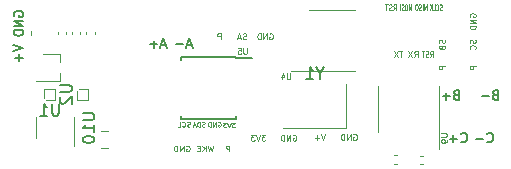
<source format=gbo>
G04 #@! TF.GenerationSoftware,KiCad,Pcbnew,(5.1.9)-1*
G04 #@! TF.CreationDate,2021-06-24T13:46:28+10:00*
G04 #@! TF.ProjectId,microBoSL,6d696372-6f42-46f5-934c-2e6b69636164,0.2.0*
G04 #@! TF.SameCoordinates,Original*
G04 #@! TF.FileFunction,Legend,Bot*
G04 #@! TF.FilePolarity,Positive*
%FSLAX46Y46*%
G04 Gerber Fmt 4.6, Leading zero omitted, Abs format (unit mm)*
G04 Created by KiCad (PCBNEW (5.1.9)-1) date 2021-06-24 13:46:28*
%MOMM*%
%LPD*%
G01*
G04 APERTURE LIST*
%ADD10C,0.125000*%
%ADD11C,0.150000*%
%ADD12C,0.100000*%
%ADD13C,0.075000*%
%ADD14C,0.120000*%
G04 APERTURE END LIST*
D10*
X139826190Y-107369047D02*
X139326190Y-107369047D01*
X139326190Y-107559523D01*
X139350000Y-107607142D01*
X139373809Y-107630952D01*
X139421428Y-107654761D01*
X139492857Y-107654761D01*
X139540476Y-107630952D01*
X139564285Y-107607142D01*
X139588095Y-107559523D01*
X139588095Y-107369047D01*
X139802380Y-105157142D02*
X139826190Y-105228571D01*
X139826190Y-105347619D01*
X139802380Y-105395238D01*
X139778571Y-105419047D01*
X139730952Y-105442857D01*
X139683333Y-105442857D01*
X139635714Y-105419047D01*
X139611904Y-105395238D01*
X139588095Y-105347619D01*
X139564285Y-105252380D01*
X139540476Y-105204761D01*
X139516666Y-105180952D01*
X139469047Y-105157142D01*
X139421428Y-105157142D01*
X139373809Y-105180952D01*
X139350000Y-105204761D01*
X139326190Y-105252380D01*
X139326190Y-105371428D01*
X139350000Y-105442857D01*
X139564285Y-105823809D02*
X139588095Y-105895238D01*
X139611904Y-105919047D01*
X139659523Y-105942857D01*
X139730952Y-105942857D01*
X139778571Y-105919047D01*
X139802380Y-105895238D01*
X139826190Y-105847619D01*
X139826190Y-105657142D01*
X139326190Y-105657142D01*
X139326190Y-105823809D01*
X139350000Y-105871428D01*
X139373809Y-105895238D01*
X139421428Y-105919047D01*
X139469047Y-105919047D01*
X139516666Y-105895238D01*
X139540476Y-105871428D01*
X139564285Y-105823809D01*
X139564285Y-105657142D01*
X142402380Y-105157142D02*
X142426190Y-105228571D01*
X142426190Y-105347619D01*
X142402380Y-105395238D01*
X142378571Y-105419047D01*
X142330952Y-105442857D01*
X142283333Y-105442857D01*
X142235714Y-105419047D01*
X142211904Y-105395238D01*
X142188095Y-105347619D01*
X142164285Y-105252380D01*
X142140476Y-105204761D01*
X142116666Y-105180952D01*
X142069047Y-105157142D01*
X142021428Y-105157142D01*
X141973809Y-105180952D01*
X141950000Y-105204761D01*
X141926190Y-105252380D01*
X141926190Y-105371428D01*
X141950000Y-105442857D01*
X142378571Y-105942857D02*
X142402380Y-105919047D01*
X142426190Y-105847619D01*
X142426190Y-105800000D01*
X142402380Y-105728571D01*
X142354761Y-105680952D01*
X142307142Y-105657142D01*
X142211904Y-105633333D01*
X142140476Y-105633333D01*
X142045238Y-105657142D01*
X141997619Y-105680952D01*
X141950000Y-105728571D01*
X141926190Y-105800000D01*
X141926190Y-105847619D01*
X141950000Y-105919047D01*
X141973809Y-105942857D01*
X142426190Y-107369047D02*
X141926190Y-107369047D01*
X141926190Y-107559523D01*
X141950000Y-107607142D01*
X141973809Y-107630952D01*
X142021428Y-107654761D01*
X142092857Y-107654761D01*
X142140476Y-107630952D01*
X142164285Y-107607142D01*
X142188095Y-107559523D01*
X142188095Y-107369047D01*
X141950000Y-103219047D02*
X141926190Y-103171428D01*
X141926190Y-103100000D01*
X141950000Y-103028571D01*
X141997619Y-102980952D01*
X142045238Y-102957142D01*
X142140476Y-102933333D01*
X142211904Y-102933333D01*
X142307142Y-102957142D01*
X142354761Y-102980952D01*
X142402380Y-103028571D01*
X142426190Y-103100000D01*
X142426190Y-103147619D01*
X142402380Y-103219047D01*
X142378571Y-103242857D01*
X142211904Y-103242857D01*
X142211904Y-103147619D01*
X142426190Y-103457142D02*
X141926190Y-103457142D01*
X142426190Y-103742857D01*
X141926190Y-103742857D01*
X142426190Y-103980952D02*
X141926190Y-103980952D01*
X141926190Y-104100000D01*
X141950000Y-104171428D01*
X141997619Y-104219047D01*
X142045238Y-104242857D01*
X142140476Y-104266666D01*
X142211904Y-104266666D01*
X142307142Y-104242857D01*
X142354761Y-104219047D01*
X142402380Y-104171428D01*
X142426190Y-104100000D01*
X142426190Y-103980952D01*
X124980952Y-104650000D02*
X125028571Y-104626190D01*
X125100000Y-104626190D01*
X125171428Y-104650000D01*
X125219047Y-104697619D01*
X125242857Y-104745238D01*
X125266666Y-104840476D01*
X125266666Y-104911904D01*
X125242857Y-105007142D01*
X125219047Y-105054761D01*
X125171428Y-105102380D01*
X125100000Y-105126190D01*
X125052380Y-105126190D01*
X124980952Y-105102380D01*
X124957142Y-105078571D01*
X124957142Y-104911904D01*
X125052380Y-104911904D01*
X124742857Y-105126190D02*
X124742857Y-104626190D01*
X124457142Y-105126190D01*
X124457142Y-104626190D01*
X124219047Y-105126190D02*
X124219047Y-104626190D01*
X124100000Y-104626190D01*
X124028571Y-104650000D01*
X123980952Y-104697619D01*
X123957142Y-104745238D01*
X123933333Y-104840476D01*
X123933333Y-104911904D01*
X123957142Y-105007142D01*
X123980952Y-105054761D01*
X124028571Y-105102380D01*
X124100000Y-105126190D01*
X124219047Y-105126190D01*
X123007142Y-105102380D02*
X122935714Y-105126190D01*
X122816666Y-105126190D01*
X122769047Y-105102380D01*
X122745238Y-105078571D01*
X122721428Y-105030952D01*
X122721428Y-104983333D01*
X122745238Y-104935714D01*
X122769047Y-104911904D01*
X122816666Y-104888095D01*
X122911904Y-104864285D01*
X122959523Y-104840476D01*
X122983333Y-104816666D01*
X123007142Y-104769047D01*
X123007142Y-104721428D01*
X122983333Y-104673809D01*
X122959523Y-104650000D01*
X122911904Y-104626190D01*
X122792857Y-104626190D01*
X122721428Y-104650000D01*
X122530952Y-104983333D02*
X122292857Y-104983333D01*
X122578571Y-105126190D02*
X122411904Y-104626190D01*
X122245238Y-105126190D01*
X120830952Y-105126190D02*
X120830952Y-104626190D01*
X120640476Y-104626190D01*
X120592857Y-104650000D01*
X120569047Y-104673809D01*
X120545238Y-104721428D01*
X120545238Y-104792857D01*
X120569047Y-104840476D01*
X120592857Y-104864285D01*
X120640476Y-104888095D01*
X120830952Y-104888095D01*
D11*
X118385714Y-105633333D02*
X118004761Y-105633333D01*
X118461904Y-105861904D02*
X118195238Y-105061904D01*
X117928571Y-105861904D01*
X117661904Y-105557142D02*
X117052380Y-105557142D01*
X116185714Y-105633333D02*
X115804761Y-105633333D01*
X116261904Y-105861904D02*
X115995238Y-105061904D01*
X115728571Y-105861904D01*
X115461904Y-105557142D02*
X114852380Y-105557142D01*
X115157142Y-105861904D02*
X115157142Y-105252380D01*
X140788095Y-109842857D02*
X140673809Y-109880952D01*
X140635714Y-109919047D01*
X140597619Y-109995238D01*
X140597619Y-110109523D01*
X140635714Y-110185714D01*
X140673809Y-110223809D01*
X140750000Y-110261904D01*
X141054761Y-110261904D01*
X141054761Y-109461904D01*
X140788095Y-109461904D01*
X140711904Y-109500000D01*
X140673809Y-109538095D01*
X140635714Y-109614285D01*
X140635714Y-109690476D01*
X140673809Y-109766666D01*
X140711904Y-109804761D01*
X140788095Y-109842857D01*
X141054761Y-109842857D01*
X140254761Y-109957142D02*
X139645238Y-109957142D01*
X139950000Y-110261904D02*
X139950000Y-109652380D01*
X144088095Y-109842857D02*
X143973809Y-109880952D01*
X143935714Y-109919047D01*
X143897619Y-109995238D01*
X143897619Y-110109523D01*
X143935714Y-110185714D01*
X143973809Y-110223809D01*
X144050000Y-110261904D01*
X144354761Y-110261904D01*
X144354761Y-109461904D01*
X144088095Y-109461904D01*
X144011904Y-109500000D01*
X143973809Y-109538095D01*
X143935714Y-109614285D01*
X143935714Y-109690476D01*
X143973809Y-109766666D01*
X144011904Y-109804761D01*
X144088095Y-109842857D01*
X144354761Y-109842857D01*
X143554761Y-109957142D02*
X142945238Y-109957142D01*
D12*
X119485714Y-112511904D02*
X119428571Y-112530952D01*
X119333333Y-112530952D01*
X119295238Y-112511904D01*
X119276190Y-112492857D01*
X119257142Y-112454761D01*
X119257142Y-112416666D01*
X119276190Y-112378571D01*
X119295238Y-112359523D01*
X119333333Y-112340476D01*
X119409523Y-112321428D01*
X119447619Y-112302380D01*
X119466666Y-112283333D01*
X119485714Y-112245238D01*
X119485714Y-112207142D01*
X119466666Y-112169047D01*
X119447619Y-112150000D01*
X119409523Y-112130952D01*
X119314285Y-112130952D01*
X119257142Y-112150000D01*
X119085714Y-112530952D02*
X119085714Y-112130952D01*
X118990476Y-112130952D01*
X118933333Y-112150000D01*
X118895238Y-112188095D01*
X118876190Y-112226190D01*
X118857142Y-112302380D01*
X118857142Y-112359523D01*
X118876190Y-112435714D01*
X118895238Y-112473809D01*
X118933333Y-112511904D01*
X118990476Y-112530952D01*
X119085714Y-112530952D01*
X118704761Y-112416666D02*
X118514285Y-112416666D01*
X118742857Y-112530952D02*
X118609523Y-112130952D01*
X118476190Y-112530952D01*
X120604761Y-112150000D02*
X120642857Y-112130952D01*
X120700000Y-112130952D01*
X120757142Y-112150000D01*
X120795238Y-112188095D01*
X120814285Y-112226190D01*
X120833333Y-112302380D01*
X120833333Y-112359523D01*
X120814285Y-112435714D01*
X120795238Y-112473809D01*
X120757142Y-112511904D01*
X120700000Y-112530952D01*
X120661904Y-112530952D01*
X120604761Y-112511904D01*
X120585714Y-112492857D01*
X120585714Y-112359523D01*
X120661904Y-112359523D01*
X120414285Y-112530952D02*
X120414285Y-112130952D01*
X120185714Y-112530952D01*
X120185714Y-112130952D01*
X119995238Y-112530952D02*
X119995238Y-112130952D01*
X119900000Y-112130952D01*
X119842857Y-112150000D01*
X119804761Y-112188095D01*
X119785714Y-112226190D01*
X119766666Y-112302380D01*
X119766666Y-112359523D01*
X119785714Y-112435714D01*
X119804761Y-112473809D01*
X119842857Y-112511904D01*
X119900000Y-112530952D01*
X119995238Y-112530952D01*
X118226190Y-112511904D02*
X118169047Y-112530952D01*
X118073809Y-112530952D01*
X118035714Y-112511904D01*
X118016666Y-112492857D01*
X117997619Y-112454761D01*
X117997619Y-112416666D01*
X118016666Y-112378571D01*
X118035714Y-112359523D01*
X118073809Y-112340476D01*
X118150000Y-112321428D01*
X118188095Y-112302380D01*
X118207142Y-112283333D01*
X118226190Y-112245238D01*
X118226190Y-112207142D01*
X118207142Y-112169047D01*
X118188095Y-112150000D01*
X118150000Y-112130952D01*
X118054761Y-112130952D01*
X117997619Y-112150000D01*
X117597619Y-112492857D02*
X117616666Y-112511904D01*
X117673809Y-112530952D01*
X117711904Y-112530952D01*
X117769047Y-112511904D01*
X117807142Y-112473809D01*
X117826190Y-112435714D01*
X117845238Y-112359523D01*
X117845238Y-112302380D01*
X117826190Y-112226190D01*
X117807142Y-112188095D01*
X117769047Y-112150000D01*
X117711904Y-112130952D01*
X117673809Y-112130952D01*
X117616666Y-112150000D01*
X117597619Y-112169047D01*
X117235714Y-112530952D02*
X117426190Y-112530952D01*
X117426190Y-112130952D01*
X122045238Y-112180952D02*
X121797619Y-112180952D01*
X121930952Y-112333333D01*
X121873809Y-112333333D01*
X121835714Y-112352380D01*
X121816666Y-112371428D01*
X121797619Y-112409523D01*
X121797619Y-112504761D01*
X121816666Y-112542857D01*
X121835714Y-112561904D01*
X121873809Y-112580952D01*
X121988095Y-112580952D01*
X122026190Y-112561904D01*
X122045238Y-112542857D01*
X121683333Y-112180952D02*
X121550000Y-112580952D01*
X121416666Y-112180952D01*
X121321428Y-112180952D02*
X121073809Y-112180952D01*
X121207142Y-112333333D01*
X121150000Y-112333333D01*
X121111904Y-112352380D01*
X121092857Y-112371428D01*
X121073809Y-112409523D01*
X121073809Y-112504761D01*
X121092857Y-112542857D01*
X121111904Y-112561904D01*
X121150000Y-112580952D01*
X121264285Y-112580952D01*
X121302380Y-112561904D01*
X121321428Y-112542857D01*
D13*
X136971428Y-102676190D02*
X136971428Y-102176190D01*
X136871428Y-102533333D01*
X136771428Y-102176190D01*
X136771428Y-102676190D01*
X136571428Y-102176190D02*
X136514285Y-102176190D01*
X136485714Y-102200000D01*
X136457142Y-102247619D01*
X136442857Y-102342857D01*
X136442857Y-102509523D01*
X136457142Y-102604761D01*
X136485714Y-102652380D01*
X136514285Y-102676190D01*
X136571428Y-102676190D01*
X136600000Y-102652380D01*
X136628571Y-102604761D01*
X136642857Y-102509523D01*
X136642857Y-102342857D01*
X136628571Y-102247619D01*
X136600000Y-102200000D01*
X136571428Y-102176190D01*
X136328571Y-102652380D02*
X136285714Y-102676190D01*
X136214285Y-102676190D01*
X136185714Y-102652380D01*
X136171428Y-102628571D01*
X136157142Y-102580952D01*
X136157142Y-102533333D01*
X136171428Y-102485714D01*
X136185714Y-102461904D01*
X136214285Y-102438095D01*
X136271428Y-102414285D01*
X136300000Y-102390476D01*
X136314285Y-102366666D01*
X136328571Y-102319047D01*
X136328571Y-102271428D01*
X136314285Y-102223809D01*
X136300000Y-102200000D01*
X136271428Y-102176190D01*
X136200000Y-102176190D01*
X136157142Y-102200000D01*
X136028571Y-102676190D02*
X136028571Y-102176190D01*
X139557142Y-102652380D02*
X139514285Y-102676190D01*
X139442857Y-102676190D01*
X139414285Y-102652380D01*
X139400000Y-102628571D01*
X139385714Y-102580952D01*
X139385714Y-102533333D01*
X139400000Y-102485714D01*
X139414285Y-102461904D01*
X139442857Y-102438095D01*
X139500000Y-102414285D01*
X139528571Y-102390476D01*
X139542857Y-102366666D01*
X139557142Y-102319047D01*
X139557142Y-102271428D01*
X139542857Y-102223809D01*
X139528571Y-102200000D01*
X139500000Y-102176190D01*
X139428571Y-102176190D01*
X139385714Y-102200000D01*
X139085714Y-102628571D02*
X139100000Y-102652380D01*
X139142857Y-102676190D01*
X139171428Y-102676190D01*
X139214285Y-102652380D01*
X139242857Y-102604761D01*
X139257142Y-102557142D01*
X139271428Y-102461904D01*
X139271428Y-102390476D01*
X139257142Y-102295238D01*
X139242857Y-102247619D01*
X139214285Y-102200000D01*
X139171428Y-102176190D01*
X139142857Y-102176190D01*
X139100000Y-102200000D01*
X139085714Y-102223809D01*
X138814285Y-102676190D02*
X138957142Y-102676190D01*
X138957142Y-102176190D01*
X138714285Y-102676190D02*
X138714285Y-102176190D01*
X138542857Y-102676190D02*
X138671428Y-102390476D01*
X138542857Y-102176190D02*
X138714285Y-102461904D01*
X138271428Y-102676190D02*
X138271428Y-102176190D01*
X138171428Y-102533333D01*
X138071428Y-102176190D01*
X138071428Y-102676190D01*
X137928571Y-102676190D02*
X137928571Y-102176190D01*
X137800000Y-102652380D02*
X137757142Y-102676190D01*
X137685714Y-102676190D01*
X137657142Y-102652380D01*
X137642857Y-102628571D01*
X137628571Y-102580952D01*
X137628571Y-102533333D01*
X137642857Y-102485714D01*
X137657142Y-102461904D01*
X137685714Y-102438095D01*
X137742857Y-102414285D01*
X137771428Y-102390476D01*
X137785714Y-102366666D01*
X137800000Y-102319047D01*
X137800000Y-102271428D01*
X137785714Y-102223809D01*
X137771428Y-102200000D01*
X137742857Y-102176190D01*
X137671428Y-102176190D01*
X137628571Y-102200000D01*
X137442857Y-102176190D02*
X137385714Y-102176190D01*
X137357142Y-102200000D01*
X137328571Y-102247619D01*
X137314285Y-102342857D01*
X137314285Y-102509523D01*
X137328571Y-102604761D01*
X137357142Y-102652380D01*
X137385714Y-102676190D01*
X137442857Y-102676190D01*
X137471428Y-102652380D01*
X137500000Y-102604761D01*
X137514285Y-102509523D01*
X137514285Y-102342857D01*
X137500000Y-102247619D01*
X137471428Y-102200000D01*
X137442857Y-102176190D01*
D10*
X137233333Y-106626190D02*
X137400000Y-106388095D01*
X137519047Y-106626190D02*
X137519047Y-106126190D01*
X137328571Y-106126190D01*
X137280952Y-106150000D01*
X137257142Y-106173809D01*
X137233333Y-106221428D01*
X137233333Y-106292857D01*
X137257142Y-106340476D01*
X137280952Y-106364285D01*
X137328571Y-106388095D01*
X137519047Y-106388095D01*
X137066666Y-106126190D02*
X136733333Y-106626190D01*
X136733333Y-106126190D02*
X137066666Y-106626190D01*
D12*
X138569047Y-106626190D02*
X138702380Y-106388095D01*
X138797619Y-106626190D02*
X138797619Y-106126190D01*
X138645238Y-106126190D01*
X138607142Y-106150000D01*
X138588095Y-106173809D01*
X138569047Y-106221428D01*
X138569047Y-106292857D01*
X138588095Y-106340476D01*
X138607142Y-106364285D01*
X138645238Y-106388095D01*
X138797619Y-106388095D01*
X138416666Y-106602380D02*
X138359523Y-106626190D01*
X138264285Y-106626190D01*
X138226190Y-106602380D01*
X138207142Y-106578571D01*
X138188095Y-106530952D01*
X138188095Y-106483333D01*
X138207142Y-106435714D01*
X138226190Y-106411904D01*
X138264285Y-106388095D01*
X138340476Y-106364285D01*
X138378571Y-106340476D01*
X138397619Y-106316666D01*
X138416666Y-106269047D01*
X138416666Y-106221428D01*
X138397619Y-106173809D01*
X138378571Y-106150000D01*
X138340476Y-106126190D01*
X138245238Y-106126190D01*
X138188095Y-106150000D01*
X138073809Y-106126190D02*
X137845238Y-106126190D01*
X137959523Y-106626190D02*
X137959523Y-106126190D01*
X135469047Y-102676190D02*
X135602380Y-102438095D01*
X135697619Y-102676190D02*
X135697619Y-102176190D01*
X135545238Y-102176190D01*
X135507142Y-102200000D01*
X135488095Y-102223809D01*
X135469047Y-102271428D01*
X135469047Y-102342857D01*
X135488095Y-102390476D01*
X135507142Y-102414285D01*
X135545238Y-102438095D01*
X135697619Y-102438095D01*
X135316666Y-102652380D02*
X135259523Y-102676190D01*
X135164285Y-102676190D01*
X135126190Y-102652380D01*
X135107142Y-102628571D01*
X135088095Y-102580952D01*
X135088095Y-102533333D01*
X135107142Y-102485714D01*
X135126190Y-102461904D01*
X135164285Y-102438095D01*
X135240476Y-102414285D01*
X135278571Y-102390476D01*
X135297619Y-102366666D01*
X135316666Y-102319047D01*
X135316666Y-102271428D01*
X135297619Y-102223809D01*
X135278571Y-102200000D01*
X135240476Y-102176190D01*
X135145238Y-102176190D01*
X135088095Y-102200000D01*
X134973809Y-102176190D02*
X134745238Y-102176190D01*
X134859523Y-102676190D02*
X134859523Y-102176190D01*
D10*
X136230952Y-106126190D02*
X135945238Y-106126190D01*
X136088095Y-106626190D02*
X136088095Y-106126190D01*
X135826190Y-106126190D02*
X135492857Y-106626190D01*
X135492857Y-106126190D02*
X135826190Y-106626190D01*
D11*
X103261904Y-105588095D02*
X104061904Y-105854761D01*
X103261904Y-106121428D01*
X103757142Y-106388095D02*
X103757142Y-106997619D01*
X104061904Y-106692857D02*
X103452380Y-106692857D01*
X103350000Y-103165476D02*
X103311904Y-103089285D01*
X103311904Y-102975000D01*
X103350000Y-102860714D01*
X103426190Y-102784523D01*
X103502380Y-102746428D01*
X103654761Y-102708333D01*
X103769047Y-102708333D01*
X103921428Y-102746428D01*
X103997619Y-102784523D01*
X104073809Y-102860714D01*
X104111904Y-102975000D01*
X104111904Y-103051190D01*
X104073809Y-103165476D01*
X104035714Y-103203571D01*
X103769047Y-103203571D01*
X103769047Y-103051190D01*
X104111904Y-103546428D02*
X103311904Y-103546428D01*
X104111904Y-104003571D01*
X103311904Y-104003571D01*
X104111904Y-104384523D02*
X103311904Y-104384523D01*
X103311904Y-104575000D01*
X103350000Y-104689285D01*
X103426190Y-104765476D01*
X103502380Y-104803571D01*
X103654761Y-104841666D01*
X103769047Y-104841666D01*
X103921428Y-104803571D01*
X103997619Y-104765476D01*
X104073809Y-104689285D01*
X104111904Y-104575000D01*
X104111904Y-104384523D01*
X141197619Y-113785714D02*
X141235714Y-113823809D01*
X141350000Y-113861904D01*
X141426190Y-113861904D01*
X141540476Y-113823809D01*
X141616666Y-113747619D01*
X141654761Y-113671428D01*
X141692857Y-113519047D01*
X141692857Y-113404761D01*
X141654761Y-113252380D01*
X141616666Y-113176190D01*
X141540476Y-113100000D01*
X141426190Y-113061904D01*
X141350000Y-113061904D01*
X141235714Y-113100000D01*
X141197619Y-113138095D01*
X140854761Y-113557142D02*
X140245238Y-113557142D01*
X140550000Y-113861904D02*
X140550000Y-113252380D01*
X143397619Y-113785714D02*
X143435714Y-113823809D01*
X143550000Y-113861904D01*
X143626190Y-113861904D01*
X143740476Y-113823809D01*
X143816666Y-113747619D01*
X143854761Y-113671428D01*
X143892857Y-113519047D01*
X143892857Y-113404761D01*
X143854761Y-113252380D01*
X143816666Y-113176190D01*
X143740476Y-113100000D01*
X143626190Y-113061904D01*
X143550000Y-113061904D01*
X143435714Y-113100000D01*
X143397619Y-113138095D01*
X143054761Y-113557142D02*
X142445238Y-113557142D01*
D10*
X120190476Y-114126190D02*
X120071428Y-114626190D01*
X119976190Y-114269047D01*
X119880952Y-114626190D01*
X119761904Y-114126190D01*
X119571428Y-114626190D02*
X119571428Y-114126190D01*
X119285714Y-114626190D02*
X119500000Y-114340476D01*
X119285714Y-114126190D02*
X119571428Y-114411904D01*
X119071428Y-114364285D02*
X118904761Y-114364285D01*
X118833333Y-114626190D02*
X119071428Y-114626190D01*
X119071428Y-114126190D01*
X118833333Y-114126190D01*
X117930952Y-114150000D02*
X117978571Y-114126190D01*
X118050000Y-114126190D01*
X118121428Y-114150000D01*
X118169047Y-114197619D01*
X118192857Y-114245238D01*
X118216666Y-114340476D01*
X118216666Y-114411904D01*
X118192857Y-114507142D01*
X118169047Y-114554761D01*
X118121428Y-114602380D01*
X118050000Y-114626190D01*
X118002380Y-114626190D01*
X117930952Y-114602380D01*
X117907142Y-114578571D01*
X117907142Y-114411904D01*
X118002380Y-114411904D01*
X117692857Y-114626190D02*
X117692857Y-114126190D01*
X117407142Y-114626190D01*
X117407142Y-114126190D01*
X117169047Y-114626190D02*
X117169047Y-114126190D01*
X117050000Y-114126190D01*
X116978571Y-114150000D01*
X116930952Y-114197619D01*
X116907142Y-114245238D01*
X116883333Y-114340476D01*
X116883333Y-114411904D01*
X116907142Y-114507142D01*
X116930952Y-114554761D01*
X116978571Y-114602380D01*
X117050000Y-114626190D01*
X117169047Y-114626190D01*
X121580952Y-114626190D02*
X121580952Y-114126190D01*
X121390476Y-114126190D01*
X121342857Y-114150000D01*
X121319047Y-114173809D01*
X121295238Y-114221428D01*
X121295238Y-114292857D01*
X121319047Y-114340476D01*
X121342857Y-114364285D01*
X121390476Y-114388095D01*
X121580952Y-114388095D01*
X124609047Y-113206190D02*
X124299523Y-113206190D01*
X124466190Y-113396666D01*
X124394761Y-113396666D01*
X124347142Y-113420476D01*
X124323333Y-113444285D01*
X124299523Y-113491904D01*
X124299523Y-113610952D01*
X124323333Y-113658571D01*
X124347142Y-113682380D01*
X124394761Y-113706190D01*
X124537619Y-113706190D01*
X124585238Y-113682380D01*
X124609047Y-113658571D01*
X124156666Y-113206190D02*
X123990000Y-113706190D01*
X123823333Y-113206190D01*
X123704285Y-113206190D02*
X123394761Y-113206190D01*
X123561428Y-113396666D01*
X123490000Y-113396666D01*
X123442380Y-113420476D01*
X123418571Y-113444285D01*
X123394761Y-113491904D01*
X123394761Y-113610952D01*
X123418571Y-113658571D01*
X123442380Y-113682380D01*
X123490000Y-113706190D01*
X123632857Y-113706190D01*
X123680476Y-113682380D01*
X123704285Y-113658571D01*
X129676190Y-113156190D02*
X129509523Y-113656190D01*
X129342857Y-113156190D01*
X129176190Y-113465714D02*
X128795238Y-113465714D01*
X128985714Y-113656190D02*
X128985714Y-113275238D01*
X132080952Y-113180000D02*
X132128571Y-113156190D01*
X132200000Y-113156190D01*
X132271428Y-113180000D01*
X132319047Y-113227619D01*
X132342857Y-113275238D01*
X132366666Y-113370476D01*
X132366666Y-113441904D01*
X132342857Y-113537142D01*
X132319047Y-113584761D01*
X132271428Y-113632380D01*
X132200000Y-113656190D01*
X132152380Y-113656190D01*
X132080952Y-113632380D01*
X132057142Y-113608571D01*
X132057142Y-113441904D01*
X132152380Y-113441904D01*
X131842857Y-113656190D02*
X131842857Y-113156190D01*
X131557142Y-113656190D01*
X131557142Y-113156190D01*
X131319047Y-113656190D02*
X131319047Y-113156190D01*
X131200000Y-113156190D01*
X131128571Y-113180000D01*
X131080952Y-113227619D01*
X131057142Y-113275238D01*
X131033333Y-113370476D01*
X131033333Y-113441904D01*
X131057142Y-113537142D01*
X131080952Y-113584761D01*
X131128571Y-113632380D01*
X131200000Y-113656190D01*
X131319047Y-113656190D01*
X126970952Y-113230000D02*
X127018571Y-113206190D01*
X127090000Y-113206190D01*
X127161428Y-113230000D01*
X127209047Y-113277619D01*
X127232857Y-113325238D01*
X127256666Y-113420476D01*
X127256666Y-113491904D01*
X127232857Y-113587142D01*
X127209047Y-113634761D01*
X127161428Y-113682380D01*
X127090000Y-113706190D01*
X127042380Y-113706190D01*
X126970952Y-113682380D01*
X126947142Y-113658571D01*
X126947142Y-113491904D01*
X127042380Y-113491904D01*
X126732857Y-113706190D02*
X126732857Y-113206190D01*
X126447142Y-113706190D01*
X126447142Y-113206190D01*
X126209047Y-113706190D02*
X126209047Y-113206190D01*
X126090000Y-113206190D01*
X126018571Y-113230000D01*
X125970952Y-113277619D01*
X125947142Y-113325238D01*
X125923333Y-113420476D01*
X125923333Y-113491904D01*
X125947142Y-113587142D01*
X125970952Y-113634761D01*
X126018571Y-113682380D01*
X126090000Y-113706190D01*
X126209047Y-113706190D01*
D14*
X131440000Y-108950000D02*
X131440000Y-112650000D01*
X131440000Y-112650000D02*
X126140000Y-112650000D01*
X105190000Y-113525000D02*
X105190000Y-111725000D01*
X108410000Y-111725000D02*
X108410000Y-114175000D01*
X109599000Y-109301000D02*
X108833000Y-109301000D01*
X109599000Y-110249000D02*
X109599000Y-109301000D01*
X108651000Y-110249000D02*
X109599000Y-110249000D01*
X108651000Y-109483000D02*
X108651000Y-110249000D01*
X105901000Y-109301000D02*
X105901000Y-110067000D01*
X106849000Y-109301000D02*
X105901000Y-109301000D01*
X106849000Y-110249000D02*
X106849000Y-109301000D01*
X106083000Y-110249000D02*
X106849000Y-110249000D01*
X139310000Y-111000000D02*
X139310000Y-114450000D01*
X139310000Y-111000000D02*
X139310000Y-109050000D01*
X134190000Y-111000000D02*
X134190000Y-112950000D01*
X134190000Y-111000000D02*
X134190000Y-109050000D01*
X137742164Y-114990000D02*
X137957836Y-114990000D01*
X137742164Y-115710000D02*
X137957836Y-115710000D01*
X135542164Y-114940000D02*
X135757836Y-114940000D01*
X135542164Y-115660000D02*
X135757836Y-115660000D01*
X130250000Y-102690000D02*
X132200000Y-102690000D01*
X130250000Y-102690000D02*
X128300000Y-102690000D01*
X130250000Y-107810000D02*
X132200000Y-107810000D01*
X130250000Y-107810000D02*
X126800000Y-107810000D01*
X107760000Y-104707836D02*
X107760000Y-104492164D01*
X107040000Y-104707836D02*
X107040000Y-104492164D01*
X109440000Y-104492164D02*
X109440000Y-104707836D01*
X110160000Y-104492164D02*
X110160000Y-104707836D01*
X104780000Y-104753641D02*
X104780000Y-104446359D01*
X104020000Y-104753641D02*
X104020000Y-104446359D01*
X107230000Y-107025000D02*
X107230000Y-106365000D01*
X107230000Y-108685000D02*
X107230000Y-108025000D01*
X107230000Y-108685000D02*
X105200000Y-108685000D01*
X105820000Y-106365000D02*
X107230000Y-106365000D01*
X108960000Y-104707836D02*
X108960000Y-104492164D01*
X108240000Y-104707836D02*
X108240000Y-104492164D01*
X111261252Y-112865000D02*
X110738748Y-112865000D01*
X111261252Y-114335000D02*
X110738748Y-114335000D01*
D11*
X122125000Y-106625000D02*
X122125000Y-106750000D01*
X117475000Y-106625000D02*
X117475000Y-106850000D01*
X117475000Y-111875000D02*
X117475000Y-111650000D01*
X122125000Y-111875000D02*
X122125000Y-111650000D01*
X122125000Y-106625000D02*
X117475000Y-106625000D01*
X122125000Y-111875000D02*
X117475000Y-111875000D01*
X122125000Y-106750000D02*
X123475000Y-106750000D01*
X129266190Y-107976190D02*
X129266190Y-108452380D01*
X129599523Y-107452380D02*
X129266190Y-107976190D01*
X128932857Y-107452380D01*
X128075714Y-108452380D02*
X128647142Y-108452380D01*
X128361428Y-108452380D02*
X128361428Y-107452380D01*
X128456666Y-107595238D01*
X128551904Y-107690476D01*
X128647142Y-107738095D01*
X109152380Y-111386904D02*
X109961904Y-111386904D01*
X110057142Y-111434523D01*
X110104761Y-111482142D01*
X110152380Y-111577380D01*
X110152380Y-111767857D01*
X110104761Y-111863095D01*
X110057142Y-111910714D01*
X109961904Y-111958333D01*
X109152380Y-111958333D01*
X110152380Y-112958333D02*
X110152380Y-112386904D01*
X110152380Y-112672619D02*
X109152380Y-112672619D01*
X109295238Y-112577380D01*
X109390476Y-112482142D01*
X109438095Y-112386904D01*
X109152380Y-113577380D02*
X109152380Y-113672619D01*
X109200000Y-113767857D01*
X109247619Y-113815476D01*
X109342857Y-113863095D01*
X109533333Y-113910714D01*
X109771428Y-113910714D01*
X109961904Y-113863095D01*
X110057142Y-113815476D01*
X110104761Y-113767857D01*
X110152380Y-113672619D01*
X110152380Y-113577380D01*
X110104761Y-113482142D01*
X110057142Y-113434523D01*
X109961904Y-113386904D01*
X109771428Y-113339285D01*
X109533333Y-113339285D01*
X109342857Y-113386904D01*
X109247619Y-113434523D01*
X109200000Y-113482142D01*
X109152380Y-113577380D01*
X107213380Y-109013095D02*
X108022904Y-109013095D01*
X108118142Y-109060714D01*
X108165761Y-109108333D01*
X108213380Y-109203571D01*
X108213380Y-109394047D01*
X108165761Y-109489285D01*
X108118142Y-109536904D01*
X108022904Y-109584523D01*
X107213380Y-109584523D01*
X107308619Y-110013095D02*
X107261000Y-110060714D01*
X107213380Y-110155952D01*
X107213380Y-110394047D01*
X107261000Y-110489285D01*
X107308619Y-110536904D01*
X107403857Y-110584523D01*
X107499095Y-110584523D01*
X107641952Y-110536904D01*
X108213380Y-109965476D01*
X108213380Y-110584523D01*
X107136904Y-110591380D02*
X107136904Y-111400904D01*
X107089285Y-111496142D01*
X107041666Y-111543761D01*
X106946428Y-111591380D01*
X106755952Y-111591380D01*
X106660714Y-111543761D01*
X106613095Y-111496142D01*
X106565476Y-111400904D01*
X106565476Y-110591380D01*
X105565476Y-111591380D02*
X106136904Y-111591380D01*
X105851190Y-111591380D02*
X105851190Y-110591380D01*
X105946428Y-110734238D01*
X106041666Y-110829476D01*
X106136904Y-110877095D01*
D10*
X139501190Y-113094047D02*
X139905952Y-113094047D01*
X139953571Y-113117857D01*
X139977380Y-113141666D01*
X140001190Y-113189285D01*
X140001190Y-113284523D01*
X139977380Y-113332142D01*
X139953571Y-113355952D01*
X139905952Y-113379761D01*
X139501190Y-113379761D01*
X140001190Y-113641666D02*
X140001190Y-113736904D01*
X139977380Y-113784523D01*
X139953571Y-113808333D01*
X139882142Y-113855952D01*
X139786904Y-113879761D01*
X139596428Y-113879761D01*
X139548809Y-113855952D01*
X139525000Y-113832142D01*
X139501190Y-113784523D01*
X139501190Y-113689285D01*
X139525000Y-113641666D01*
X139548809Y-113617857D01*
X139596428Y-113594047D01*
X139715476Y-113594047D01*
X139763095Y-113617857D01*
X139786904Y-113641666D01*
X139810714Y-113689285D01*
X139810714Y-113784523D01*
X139786904Y-113832142D01*
X139763095Y-113855952D01*
X139715476Y-113879761D01*
X126730952Y-107976190D02*
X126730952Y-108380952D01*
X126707142Y-108428571D01*
X126683333Y-108452380D01*
X126635714Y-108476190D01*
X126540476Y-108476190D01*
X126492857Y-108452380D01*
X126469047Y-108428571D01*
X126445238Y-108380952D01*
X126445238Y-107976190D01*
X125992857Y-108142857D02*
X125992857Y-108476190D01*
X126111904Y-107952380D02*
X126230952Y-108309523D01*
X125921428Y-108309523D01*
X123055952Y-105876190D02*
X123055952Y-106280952D01*
X123032142Y-106328571D01*
X123008333Y-106352380D01*
X122960714Y-106376190D01*
X122865476Y-106376190D01*
X122817857Y-106352380D01*
X122794047Y-106328571D01*
X122770238Y-106280952D01*
X122770238Y-105876190D01*
X122294047Y-105876190D02*
X122532142Y-105876190D01*
X122555952Y-106114285D01*
X122532142Y-106090476D01*
X122484523Y-106066666D01*
X122365476Y-106066666D01*
X122317857Y-106090476D01*
X122294047Y-106114285D01*
X122270238Y-106161904D01*
X122270238Y-106280952D01*
X122294047Y-106328571D01*
X122317857Y-106352380D01*
X122365476Y-106376190D01*
X122484523Y-106376190D01*
X122532142Y-106352380D01*
X122555952Y-106328571D01*
M02*

</source>
